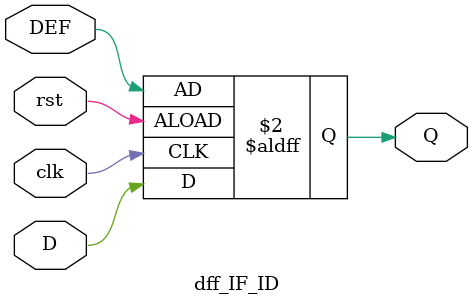
<source format=v>
`timescale 1ns / 1ps


module dff_IF_ID(
    input clk, 
    input rst, 
    input D, 
    input DEF,
    output reg Q
    );
    
    always @ (posedge clk or posedge rst)
        if (rst) begin
            Q <= DEF;
            end 
        else begin
            Q <= D;
     end
endmodule


</source>
